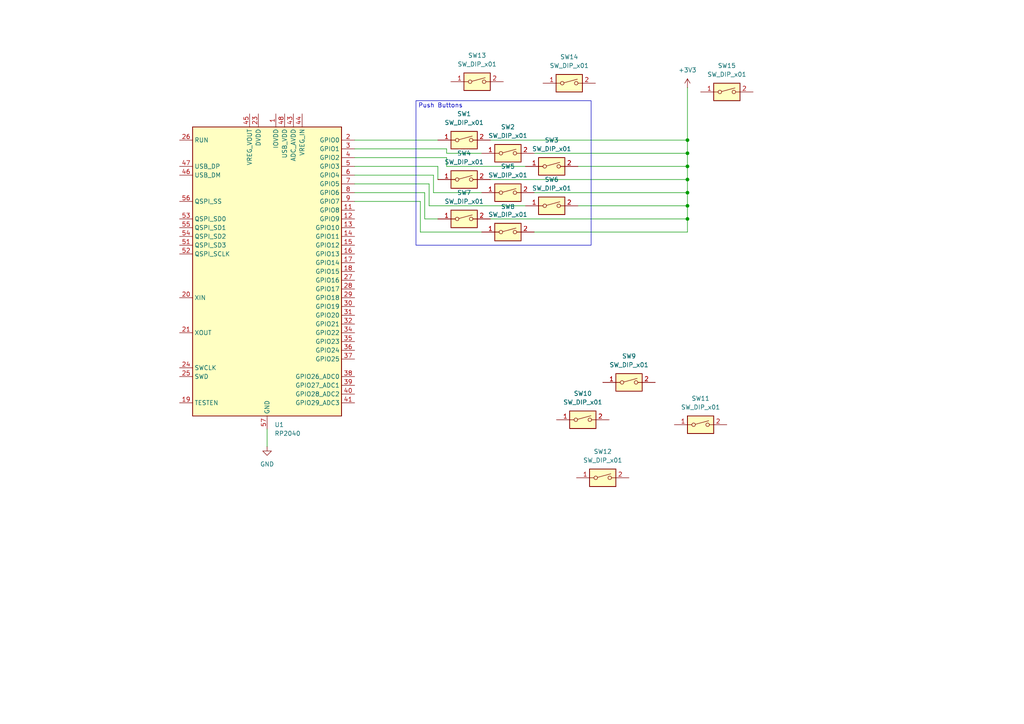
<source format=kicad_sch>
(kicad_sch
	(version 20250114)
	(generator "eeschema")
	(generator_version "9.0")
	(uuid "3227db66-c48a-424b-8d6a-ac9e590ee154")
	(paper "A4")
	(lib_symbols
		(symbol "MCU_RaspberryPi:RP2040"
			(exclude_from_sim no)
			(in_bom yes)
			(on_board yes)
			(property "Reference" "U"
				(at 17.78 45.72 0)
				(effects
					(font
						(size 1.27 1.27)
					)
				)
			)
			(property "Value" "RP2040"
				(at 17.78 43.18 0)
				(effects
					(font
						(size 1.27 1.27)
					)
				)
			)
			(property "Footprint" "Package_DFN_QFN:QFN-56-1EP_7x7mm_P0.4mm_EP3.2x3.2mm"
				(at 0 0 0)
				(effects
					(font
						(size 1.27 1.27)
					)
					(hide yes)
				)
			)
			(property "Datasheet" "https://datasheets.raspberrypi.com/rp2040/rp2040-datasheet.pdf"
				(at 0 0 0)
				(effects
					(font
						(size 1.27 1.27)
					)
					(hide yes)
				)
			)
			(property "Description" "A microcontroller by Raspberry Pi"
				(at 0 0 0)
				(effects
					(font
						(size 1.27 1.27)
					)
					(hide yes)
				)
			)
			(property "ki_keywords" "RP2040 ARM Cortex-M0+ USB"
				(at 0 0 0)
				(effects
					(font
						(size 1.27 1.27)
					)
					(hide yes)
				)
			)
			(property "ki_fp_filters" "QFN*1EP*7x7mm?P0.4mm*"
				(at 0 0 0)
				(effects
					(font
						(size 1.27 1.27)
					)
					(hide yes)
				)
			)
			(symbol "RP2040_0_1"
				(rectangle
					(start -21.59 41.91)
					(end 21.59 -41.91)
					(stroke
						(width 0.254)
						(type default)
					)
					(fill
						(type background)
					)
				)
			)
			(symbol "RP2040_1_1"
				(pin input line
					(at -25.4 38.1 0)
					(length 3.81)
					(name "RUN"
						(effects
							(font
								(size 1.27 1.27)
							)
						)
					)
					(number "26"
						(effects
							(font
								(size 1.27 1.27)
							)
						)
					)
				)
				(pin bidirectional line
					(at -25.4 30.48 0)
					(length 3.81)
					(name "USB_DP"
						(effects
							(font
								(size 1.27 1.27)
							)
						)
					)
					(number "47"
						(effects
							(font
								(size 1.27 1.27)
							)
						)
					)
				)
				(pin bidirectional line
					(at -25.4 27.94 0)
					(length 3.81)
					(name "USB_DM"
						(effects
							(font
								(size 1.27 1.27)
							)
						)
					)
					(number "46"
						(effects
							(font
								(size 1.27 1.27)
							)
						)
					)
				)
				(pin bidirectional line
					(at -25.4 20.32 0)
					(length 3.81)
					(name "QSPI_SS"
						(effects
							(font
								(size 1.27 1.27)
							)
						)
					)
					(number "56"
						(effects
							(font
								(size 1.27 1.27)
							)
						)
					)
				)
				(pin bidirectional line
					(at -25.4 15.24 0)
					(length 3.81)
					(name "QSPI_SD0"
						(effects
							(font
								(size 1.27 1.27)
							)
						)
					)
					(number "53"
						(effects
							(font
								(size 1.27 1.27)
							)
						)
					)
				)
				(pin bidirectional line
					(at -25.4 12.7 0)
					(length 3.81)
					(name "QSPI_SD1"
						(effects
							(font
								(size 1.27 1.27)
							)
						)
					)
					(number "55"
						(effects
							(font
								(size 1.27 1.27)
							)
						)
					)
				)
				(pin bidirectional line
					(at -25.4 10.16 0)
					(length 3.81)
					(name "QSPI_SD2"
						(effects
							(font
								(size 1.27 1.27)
							)
						)
					)
					(number "54"
						(effects
							(font
								(size 1.27 1.27)
							)
						)
					)
				)
				(pin bidirectional line
					(at -25.4 7.62 0)
					(length 3.81)
					(name "QSPI_SD3"
						(effects
							(font
								(size 1.27 1.27)
							)
						)
					)
					(number "51"
						(effects
							(font
								(size 1.27 1.27)
							)
						)
					)
				)
				(pin output line
					(at -25.4 5.08 0)
					(length 3.81)
					(name "QSPI_SCLK"
						(effects
							(font
								(size 1.27 1.27)
							)
						)
					)
					(number "52"
						(effects
							(font
								(size 1.27 1.27)
							)
						)
					)
				)
				(pin input line
					(at -25.4 -7.62 0)
					(length 3.81)
					(name "XIN"
						(effects
							(font
								(size 1.27 1.27)
							)
						)
					)
					(number "20"
						(effects
							(font
								(size 1.27 1.27)
							)
						)
					)
				)
				(pin passive line
					(at -25.4 -17.78 0)
					(length 3.81)
					(name "XOUT"
						(effects
							(font
								(size 1.27 1.27)
							)
						)
					)
					(number "21"
						(effects
							(font
								(size 1.27 1.27)
							)
						)
					)
				)
				(pin input line
					(at -25.4 -27.94 0)
					(length 3.81)
					(name "SWCLK"
						(effects
							(font
								(size 1.27 1.27)
							)
						)
					)
					(number "24"
						(effects
							(font
								(size 1.27 1.27)
							)
						)
					)
				)
				(pin bidirectional line
					(at -25.4 -30.48 0)
					(length 3.81)
					(name "SWD"
						(effects
							(font
								(size 1.27 1.27)
							)
						)
					)
					(number "25"
						(effects
							(font
								(size 1.27 1.27)
							)
						)
					)
				)
				(pin input line
					(at -25.4 -38.1 0)
					(length 3.81)
					(name "TESTEN"
						(effects
							(font
								(size 1.27 1.27)
							)
						)
					)
					(number "19"
						(effects
							(font
								(size 1.27 1.27)
							)
						)
					)
				)
				(pin power_out line
					(at -5.08 45.72 270)
					(length 3.81)
					(name "VREG_VOUT"
						(effects
							(font
								(size 1.27 1.27)
							)
						)
					)
					(number "45"
						(effects
							(font
								(size 1.27 1.27)
							)
						)
					)
				)
				(pin power_in line
					(at -2.54 45.72 270)
					(length 3.81)
					(name "DVDD"
						(effects
							(font
								(size 1.27 1.27)
							)
						)
					)
					(number "23"
						(effects
							(font
								(size 1.27 1.27)
							)
						)
					)
				)
				(pin passive line
					(at -2.54 45.72 270)
					(length 3.81)
					(hide yes)
					(name "DVDD"
						(effects
							(font
								(size 1.27 1.27)
							)
						)
					)
					(number "50"
						(effects
							(font
								(size 1.27 1.27)
							)
						)
					)
				)
				(pin power_in line
					(at 0 -45.72 90)
					(length 3.81)
					(name "GND"
						(effects
							(font
								(size 1.27 1.27)
							)
						)
					)
					(number "57"
						(effects
							(font
								(size 1.27 1.27)
							)
						)
					)
				)
				(pin power_in line
					(at 2.54 45.72 270)
					(length 3.81)
					(name "IOVDD"
						(effects
							(font
								(size 1.27 1.27)
							)
						)
					)
					(number "1"
						(effects
							(font
								(size 1.27 1.27)
							)
						)
					)
				)
				(pin passive line
					(at 2.54 45.72 270)
					(length 3.81)
					(hide yes)
					(name "IOVDD"
						(effects
							(font
								(size 1.27 1.27)
							)
						)
					)
					(number "10"
						(effects
							(font
								(size 1.27 1.27)
							)
						)
					)
				)
				(pin passive line
					(at 2.54 45.72 270)
					(length 3.81)
					(hide yes)
					(name "IOVDD"
						(effects
							(font
								(size 1.27 1.27)
							)
						)
					)
					(number "22"
						(effects
							(font
								(size 1.27 1.27)
							)
						)
					)
				)
				(pin passive line
					(at 2.54 45.72 270)
					(length 3.81)
					(hide yes)
					(name "IOVDD"
						(effects
							(font
								(size 1.27 1.27)
							)
						)
					)
					(number "33"
						(effects
							(font
								(size 1.27 1.27)
							)
						)
					)
				)
				(pin passive line
					(at 2.54 45.72 270)
					(length 3.81)
					(hide yes)
					(name "IOVDD"
						(effects
							(font
								(size 1.27 1.27)
							)
						)
					)
					(number "42"
						(effects
							(font
								(size 1.27 1.27)
							)
						)
					)
				)
				(pin passive line
					(at 2.54 45.72 270)
					(length 3.81)
					(hide yes)
					(name "IOVDD"
						(effects
							(font
								(size 1.27 1.27)
							)
						)
					)
					(number "49"
						(effects
							(font
								(size 1.27 1.27)
							)
						)
					)
				)
				(pin power_in line
					(at 5.08 45.72 270)
					(length 3.81)
					(name "USB_VDD"
						(effects
							(font
								(size 1.27 1.27)
							)
						)
					)
					(number "48"
						(effects
							(font
								(size 1.27 1.27)
							)
						)
					)
				)
				(pin power_in line
					(at 7.62 45.72 270)
					(length 3.81)
					(name "ADC_AVDD"
						(effects
							(font
								(size 1.27 1.27)
							)
						)
					)
					(number "43"
						(effects
							(font
								(size 1.27 1.27)
							)
						)
					)
				)
				(pin power_in line
					(at 10.16 45.72 270)
					(length 3.81)
					(name "VREG_IN"
						(effects
							(font
								(size 1.27 1.27)
							)
						)
					)
					(number "44"
						(effects
							(font
								(size 1.27 1.27)
							)
						)
					)
				)
				(pin bidirectional line
					(at 25.4 38.1 180)
					(length 3.81)
					(name "GPIO0"
						(effects
							(font
								(size 1.27 1.27)
							)
						)
					)
					(number "2"
						(effects
							(font
								(size 1.27 1.27)
							)
						)
					)
				)
				(pin bidirectional line
					(at 25.4 35.56 180)
					(length 3.81)
					(name "GPIO1"
						(effects
							(font
								(size 1.27 1.27)
							)
						)
					)
					(number "3"
						(effects
							(font
								(size 1.27 1.27)
							)
						)
					)
				)
				(pin bidirectional line
					(at 25.4 33.02 180)
					(length 3.81)
					(name "GPIO2"
						(effects
							(font
								(size 1.27 1.27)
							)
						)
					)
					(number "4"
						(effects
							(font
								(size 1.27 1.27)
							)
						)
					)
				)
				(pin bidirectional line
					(at 25.4 30.48 180)
					(length 3.81)
					(name "GPIO3"
						(effects
							(font
								(size 1.27 1.27)
							)
						)
					)
					(number "5"
						(effects
							(font
								(size 1.27 1.27)
							)
						)
					)
				)
				(pin bidirectional line
					(at 25.4 27.94 180)
					(length 3.81)
					(name "GPIO4"
						(effects
							(font
								(size 1.27 1.27)
							)
						)
					)
					(number "6"
						(effects
							(font
								(size 1.27 1.27)
							)
						)
					)
				)
				(pin bidirectional line
					(at 25.4 25.4 180)
					(length 3.81)
					(name "GPIO5"
						(effects
							(font
								(size 1.27 1.27)
							)
						)
					)
					(number "7"
						(effects
							(font
								(size 1.27 1.27)
							)
						)
					)
				)
				(pin bidirectional line
					(at 25.4 22.86 180)
					(length 3.81)
					(name "GPIO6"
						(effects
							(font
								(size 1.27 1.27)
							)
						)
					)
					(number "8"
						(effects
							(font
								(size 1.27 1.27)
							)
						)
					)
				)
				(pin bidirectional line
					(at 25.4 20.32 180)
					(length 3.81)
					(name "GPIO7"
						(effects
							(font
								(size 1.27 1.27)
							)
						)
					)
					(number "9"
						(effects
							(font
								(size 1.27 1.27)
							)
						)
					)
				)
				(pin bidirectional line
					(at 25.4 17.78 180)
					(length 3.81)
					(name "GPIO8"
						(effects
							(font
								(size 1.27 1.27)
							)
						)
					)
					(number "11"
						(effects
							(font
								(size 1.27 1.27)
							)
						)
					)
				)
				(pin bidirectional line
					(at 25.4 15.24 180)
					(length 3.81)
					(name "GPIO9"
						(effects
							(font
								(size 1.27 1.27)
							)
						)
					)
					(number "12"
						(effects
							(font
								(size 1.27 1.27)
							)
						)
					)
				)
				(pin bidirectional line
					(at 25.4 12.7 180)
					(length 3.81)
					(name "GPIO10"
						(effects
							(font
								(size 1.27 1.27)
							)
						)
					)
					(number "13"
						(effects
							(font
								(size 1.27 1.27)
							)
						)
					)
				)
				(pin bidirectional line
					(at 25.4 10.16 180)
					(length 3.81)
					(name "GPIO11"
						(effects
							(font
								(size 1.27 1.27)
							)
						)
					)
					(number "14"
						(effects
							(font
								(size 1.27 1.27)
							)
						)
					)
				)
				(pin bidirectional line
					(at 25.4 7.62 180)
					(length 3.81)
					(name "GPIO12"
						(effects
							(font
								(size 1.27 1.27)
							)
						)
					)
					(number "15"
						(effects
							(font
								(size 1.27 1.27)
							)
						)
					)
				)
				(pin bidirectional line
					(at 25.4 5.08 180)
					(length 3.81)
					(name "GPIO13"
						(effects
							(font
								(size 1.27 1.27)
							)
						)
					)
					(number "16"
						(effects
							(font
								(size 1.27 1.27)
							)
						)
					)
				)
				(pin bidirectional line
					(at 25.4 2.54 180)
					(length 3.81)
					(name "GPIO14"
						(effects
							(font
								(size 1.27 1.27)
							)
						)
					)
					(number "17"
						(effects
							(font
								(size 1.27 1.27)
							)
						)
					)
				)
				(pin bidirectional line
					(at 25.4 0 180)
					(length 3.81)
					(name "GPIO15"
						(effects
							(font
								(size 1.27 1.27)
							)
						)
					)
					(number "18"
						(effects
							(font
								(size 1.27 1.27)
							)
						)
					)
				)
				(pin bidirectional line
					(at 25.4 -2.54 180)
					(length 3.81)
					(name "GPIO16"
						(effects
							(font
								(size 1.27 1.27)
							)
						)
					)
					(number "27"
						(effects
							(font
								(size 1.27 1.27)
							)
						)
					)
				)
				(pin bidirectional line
					(at 25.4 -5.08 180)
					(length 3.81)
					(name "GPIO17"
						(effects
							(font
								(size 1.27 1.27)
							)
						)
					)
					(number "28"
						(effects
							(font
								(size 1.27 1.27)
							)
						)
					)
				)
				(pin bidirectional line
					(at 25.4 -7.62 180)
					(length 3.81)
					(name "GPIO18"
						(effects
							(font
								(size 1.27 1.27)
							)
						)
					)
					(number "29"
						(effects
							(font
								(size 1.27 1.27)
							)
						)
					)
				)
				(pin bidirectional line
					(at 25.4 -10.16 180)
					(length 3.81)
					(name "GPIO19"
						(effects
							(font
								(size 1.27 1.27)
							)
						)
					)
					(number "30"
						(effects
							(font
								(size 1.27 1.27)
							)
						)
					)
				)
				(pin bidirectional line
					(at 25.4 -12.7 180)
					(length 3.81)
					(name "GPIO20"
						(effects
							(font
								(size 1.27 1.27)
							)
						)
					)
					(number "31"
						(effects
							(font
								(size 1.27 1.27)
							)
						)
					)
				)
				(pin bidirectional line
					(at 25.4 -15.24 180)
					(length 3.81)
					(name "GPIO21"
						(effects
							(font
								(size 1.27 1.27)
							)
						)
					)
					(number "32"
						(effects
							(font
								(size 1.27 1.27)
							)
						)
					)
				)
				(pin bidirectional line
					(at 25.4 -17.78 180)
					(length 3.81)
					(name "GPIO22"
						(effects
							(font
								(size 1.27 1.27)
							)
						)
					)
					(number "34"
						(effects
							(font
								(size 1.27 1.27)
							)
						)
					)
				)
				(pin bidirectional line
					(at 25.4 -20.32 180)
					(length 3.81)
					(name "GPIO23"
						(effects
							(font
								(size 1.27 1.27)
							)
						)
					)
					(number "35"
						(effects
							(font
								(size 1.27 1.27)
							)
						)
					)
				)
				(pin bidirectional line
					(at 25.4 -22.86 180)
					(length 3.81)
					(name "GPIO24"
						(effects
							(font
								(size 1.27 1.27)
							)
						)
					)
					(number "36"
						(effects
							(font
								(size 1.27 1.27)
							)
						)
					)
				)
				(pin bidirectional line
					(at 25.4 -25.4 180)
					(length 3.81)
					(name "GPIO25"
						(effects
							(font
								(size 1.27 1.27)
							)
						)
					)
					(number "37"
						(effects
							(font
								(size 1.27 1.27)
							)
						)
					)
				)
				(pin bidirectional line
					(at 25.4 -30.48 180)
					(length 3.81)
					(name "GPIO26_ADC0"
						(effects
							(font
								(size 1.27 1.27)
							)
						)
					)
					(number "38"
						(effects
							(font
								(size 1.27 1.27)
							)
						)
					)
				)
				(pin bidirectional line
					(at 25.4 -33.02 180)
					(length 3.81)
					(name "GPIO27_ADC1"
						(effects
							(font
								(size 1.27 1.27)
							)
						)
					)
					(number "39"
						(effects
							(font
								(size 1.27 1.27)
							)
						)
					)
				)
				(pin bidirectional line
					(at 25.4 -35.56 180)
					(length 3.81)
					(name "GPIO28_ADC2"
						(effects
							(font
								(size 1.27 1.27)
							)
						)
					)
					(number "40"
						(effects
							(font
								(size 1.27 1.27)
							)
						)
					)
				)
				(pin bidirectional line
					(at 25.4 -38.1 180)
					(length 3.81)
					(name "GPIO29_ADC3"
						(effects
							(font
								(size 1.27 1.27)
							)
						)
					)
					(number "41"
						(effects
							(font
								(size 1.27 1.27)
							)
						)
					)
				)
			)
			(embedded_fonts no)
		)
		(symbol "Switch:SW_DIP_x01"
			(pin_names
				(offset 0)
				(hide yes)
			)
			(exclude_from_sim no)
			(in_bom yes)
			(on_board yes)
			(property "Reference" "SW"
				(at 0 3.81 0)
				(effects
					(font
						(size 1.27 1.27)
					)
				)
			)
			(property "Value" "SW_DIP_x01"
				(at 0 -3.81 0)
				(effects
					(font
						(size 1.27 1.27)
					)
				)
			)
			(property "Footprint" ""
				(at 0 0 0)
				(effects
					(font
						(size 1.27 1.27)
					)
					(hide yes)
				)
			)
			(property "Datasheet" "~"
				(at 0 0 0)
				(effects
					(font
						(size 1.27 1.27)
					)
					(hide yes)
				)
			)
			(property "Description" "1x DIP Switch, Single Pole Single Throw (SPST) switch, small symbol"
				(at 0 0 0)
				(effects
					(font
						(size 1.27 1.27)
					)
					(hide yes)
				)
			)
			(property "ki_keywords" "dip switch"
				(at 0 0 0)
				(effects
					(font
						(size 1.27 1.27)
					)
					(hide yes)
				)
			)
			(property "ki_fp_filters" "SW?DIP?x1*"
				(at 0 0 0)
				(effects
					(font
						(size 1.27 1.27)
					)
					(hide yes)
				)
			)
			(symbol "SW_DIP_x01_0_0"
				(circle
					(center -2.032 0)
					(radius 0.508)
					(stroke
						(width 0)
						(type default)
					)
					(fill
						(type none)
					)
				)
				(polyline
					(pts
						(xy -1.524 0.127) (xy 2.3622 1.1684)
					)
					(stroke
						(width 0)
						(type default)
					)
					(fill
						(type none)
					)
				)
				(circle
					(center 2.032 0)
					(radius 0.508)
					(stroke
						(width 0)
						(type default)
					)
					(fill
						(type none)
					)
				)
			)
			(symbol "SW_DIP_x01_0_1"
				(rectangle
					(start -3.81 2.54)
					(end 3.81 -2.54)
					(stroke
						(width 0.254)
						(type default)
					)
					(fill
						(type background)
					)
				)
			)
			(symbol "SW_DIP_x01_1_1"
				(pin passive line
					(at -7.62 0 0)
					(length 5.08)
					(name "~"
						(effects
							(font
								(size 1.27 1.27)
							)
						)
					)
					(number "1"
						(effects
							(font
								(size 1.27 1.27)
							)
						)
					)
				)
				(pin passive line
					(at 7.62 0 180)
					(length 5.08)
					(name "~"
						(effects
							(font
								(size 1.27 1.27)
							)
						)
					)
					(number "2"
						(effects
							(font
								(size 1.27 1.27)
							)
						)
					)
				)
			)
			(embedded_fonts no)
		)
		(symbol "power:+3V3"
			(power)
			(pin_numbers
				(hide yes)
			)
			(pin_names
				(offset 0)
				(hide yes)
			)
			(exclude_from_sim no)
			(in_bom yes)
			(on_board yes)
			(property "Reference" "#PWR"
				(at 0 -3.81 0)
				(effects
					(font
						(size 1.27 1.27)
					)
					(hide yes)
				)
			)
			(property "Value" "+3V3"
				(at 0 3.556 0)
				(effects
					(font
						(size 1.27 1.27)
					)
				)
			)
			(property "Footprint" ""
				(at 0 0 0)
				(effects
					(font
						(size 1.27 1.27)
					)
					(hide yes)
				)
			)
			(property "Datasheet" ""
				(at 0 0 0)
				(effects
					(font
						(size 1.27 1.27)
					)
					(hide yes)
				)
			)
			(property "Description" "Power symbol creates a global label with name \"+3V3\""
				(at 0 0 0)
				(effects
					(font
						(size 1.27 1.27)
					)
					(hide yes)
				)
			)
			(property "ki_keywords" "global power"
				(at 0 0 0)
				(effects
					(font
						(size 1.27 1.27)
					)
					(hide yes)
				)
			)
			(symbol "+3V3_0_1"
				(polyline
					(pts
						(xy -0.762 1.27) (xy 0 2.54)
					)
					(stroke
						(width 0)
						(type default)
					)
					(fill
						(type none)
					)
				)
				(polyline
					(pts
						(xy 0 2.54) (xy 0.762 1.27)
					)
					(stroke
						(width 0)
						(type default)
					)
					(fill
						(type none)
					)
				)
				(polyline
					(pts
						(xy 0 0) (xy 0 2.54)
					)
					(stroke
						(width 0)
						(type default)
					)
					(fill
						(type none)
					)
				)
			)
			(symbol "+3V3_1_1"
				(pin power_in line
					(at 0 0 90)
					(length 0)
					(name "~"
						(effects
							(font
								(size 1.27 1.27)
							)
						)
					)
					(number "1"
						(effects
							(font
								(size 1.27 1.27)
							)
						)
					)
				)
			)
			(embedded_fonts no)
		)
		(symbol "power:GND"
			(power)
			(pin_numbers
				(hide yes)
			)
			(pin_names
				(offset 0)
				(hide yes)
			)
			(exclude_from_sim no)
			(in_bom yes)
			(on_board yes)
			(property "Reference" "#PWR"
				(at 0 -6.35 0)
				(effects
					(font
						(size 1.27 1.27)
					)
					(hide yes)
				)
			)
			(property "Value" "GND"
				(at 0 -3.81 0)
				(effects
					(font
						(size 1.27 1.27)
					)
				)
			)
			(property "Footprint" ""
				(at 0 0 0)
				(effects
					(font
						(size 1.27 1.27)
					)
					(hide yes)
				)
			)
			(property "Datasheet" ""
				(at 0 0 0)
				(effects
					(font
						(size 1.27 1.27)
					)
					(hide yes)
				)
			)
			(property "Description" "Power symbol creates a global label with name \"GND\" , ground"
				(at 0 0 0)
				(effects
					(font
						(size 1.27 1.27)
					)
					(hide yes)
				)
			)
			(property "ki_keywords" "global power"
				(at 0 0 0)
				(effects
					(font
						(size 1.27 1.27)
					)
					(hide yes)
				)
			)
			(symbol "GND_0_1"
				(polyline
					(pts
						(xy 0 0) (xy 0 -1.27) (xy 1.27 -1.27) (xy 0 -2.54) (xy -1.27 -1.27) (xy 0 -1.27)
					)
					(stroke
						(width 0)
						(type default)
					)
					(fill
						(type none)
					)
				)
			)
			(symbol "GND_1_1"
				(pin power_in line
					(at 0 0 270)
					(length 0)
					(name "~"
						(effects
							(font
								(size 1.27 1.27)
							)
						)
					)
					(number "1"
						(effects
							(font
								(size 1.27 1.27)
							)
						)
					)
				)
			)
			(embedded_fonts no)
		)
	)
	(rectangle
		(start 120.65 29.21)
		(end 171.45 71.12)
		(stroke
			(width 0)
			(type default)
		)
		(fill
			(type none)
		)
		(uuid 88c5a031-5a2c-4120-904a-3d62e45b5913)
	)
	(text "Push Buttons"
		(exclude_from_sim no)
		(at 127.762 30.734 0)
		(effects
			(font
				(size 1.27 1.27)
			)
		)
		(uuid "8634b792-e4e3-475e-a8d5-01408dddc729")
	)
	(junction
		(at 199.39 63.5)
		(diameter 0)
		(color 0 0 0 0)
		(uuid "32d43066-fe46-4800-84cc-aee21d2e803b")
	)
	(junction
		(at 199.39 40.64)
		(diameter 0)
		(color 0 0 0 0)
		(uuid "70212e51-8f07-4292-aa6b-5e8949b3b0ff")
	)
	(junction
		(at 199.39 59.69)
		(diameter 0)
		(color 0 0 0 0)
		(uuid "c0ac08a8-2106-41b1-8c7d-3f86d3aabac1")
	)
	(junction
		(at 199.39 55.88)
		(diameter 0)
		(color 0 0 0 0)
		(uuid "db39910e-9494-491c-bc0c-43681c203141")
	)
	(junction
		(at 199.39 52.07)
		(diameter 0)
		(color 0 0 0 0)
		(uuid "e0f2639c-69f2-4910-8eed-0114ea9ac7ef")
	)
	(junction
		(at 199.39 48.26)
		(diameter 0)
		(color 0 0 0 0)
		(uuid "e5a8de52-fe9d-4969-9cb2-842755c70420")
	)
	(junction
		(at 199.39 44.45)
		(diameter 0)
		(color 0 0 0 0)
		(uuid "e8b47a95-1a6b-4566-bf3b-c0430a41adda")
	)
	(wire
		(pts
			(xy 199.39 55.88) (xy 199.39 59.69)
		)
		(stroke
			(width 0)
			(type default)
		)
		(uuid "044ab076-6b5e-4ee8-8a9b-65c5f972cc0b")
	)
	(wire
		(pts
			(xy 142.24 52.07) (xy 199.39 52.07)
		)
		(stroke
			(width 0)
			(type default)
		)
		(uuid "072cfe2e-2fd2-447b-b4ac-5ef776a878e3")
	)
	(wire
		(pts
			(xy 129.54 45.72) (xy 102.87 45.72)
		)
		(stroke
			(width 0)
			(type default)
		)
		(uuid "126173cf-7aa1-4eef-9f30-42230e7fd6a1")
	)
	(wire
		(pts
			(xy 102.87 50.8) (xy 125.73 50.8)
		)
		(stroke
			(width 0)
			(type default)
		)
		(uuid "1339d85f-fb40-4b2d-86df-94408dee0f65")
	)
	(wire
		(pts
			(xy 125.73 55.88) (xy 139.7 55.88)
		)
		(stroke
			(width 0)
			(type default)
		)
		(uuid "1b85d540-f9a1-45e2-9a2c-0400134b0931")
	)
	(wire
		(pts
			(xy 102.87 53.34) (xy 124.46 53.34)
		)
		(stroke
			(width 0)
			(type default)
		)
		(uuid "21c71c08-d00f-4172-9dc0-18b86cd7e1e6")
	)
	(wire
		(pts
			(xy 167.64 48.26) (xy 199.39 48.26)
		)
		(stroke
			(width 0)
			(type default)
		)
		(uuid "21dc0d24-2d32-4250-a5fa-b02dd6b3372d")
	)
	(wire
		(pts
			(xy 154.94 55.88) (xy 199.39 55.88)
		)
		(stroke
			(width 0)
			(type default)
		)
		(uuid "3550e815-8714-42e4-84a6-7e9af8f56949")
	)
	(wire
		(pts
			(xy 127 48.26) (xy 127 52.07)
		)
		(stroke
			(width 0)
			(type default)
		)
		(uuid "362724bf-9966-424d-aa33-75e2fcc9a903")
	)
	(wire
		(pts
			(xy 121.92 67.31) (xy 139.7 67.31)
		)
		(stroke
			(width 0)
			(type default)
		)
		(uuid "3a46ddba-031b-4a1c-a059-293a1efb0532")
	)
	(wire
		(pts
			(xy 199.39 40.64) (xy 199.39 44.45)
		)
		(stroke
			(width 0)
			(type default)
		)
		(uuid "45fe95f8-5889-4b4e-92b7-72b89f954af4")
	)
	(wire
		(pts
			(xy 124.46 53.34) (xy 124.46 59.69)
		)
		(stroke
			(width 0)
			(type default)
		)
		(uuid "530a28f0-2787-4ec3-9ece-6c8a4512fb43")
	)
	(wire
		(pts
			(xy 102.87 48.26) (xy 127 48.26)
		)
		(stroke
			(width 0)
			(type default)
		)
		(uuid "579bd1fc-57c9-4a60-a455-db6a41f6d445")
	)
	(wire
		(pts
			(xy 125.73 50.8) (xy 125.73 55.88)
		)
		(stroke
			(width 0)
			(type default)
		)
		(uuid "5e78a069-fd78-4038-ab92-74ed226b908b")
	)
	(wire
		(pts
			(xy 199.39 52.07) (xy 199.39 48.26)
		)
		(stroke
			(width 0)
			(type default)
		)
		(uuid "5f5af954-4fd9-4be5-89f1-12921c45fc9b")
	)
	(wire
		(pts
			(xy 129.54 48.26) (xy 129.54 45.72)
		)
		(stroke
			(width 0)
			(type default)
		)
		(uuid "5fa358b1-422f-40e9-95c4-07eac013c4fc")
	)
	(wire
		(pts
			(xy 102.87 43.18) (xy 129.54 43.18)
		)
		(stroke
			(width 0)
			(type default)
		)
		(uuid "63f9cd31-7dfc-4e69-8295-c0d0153fa170")
	)
	(wire
		(pts
			(xy 142.24 40.64) (xy 199.39 40.64)
		)
		(stroke
			(width 0)
			(type default)
		)
		(uuid "716113b4-4de5-4067-8348-bca410d07545")
	)
	(wire
		(pts
			(xy 129.54 44.45) (xy 129.54 43.18)
		)
		(stroke
			(width 0)
			(type default)
		)
		(uuid "7238e7be-ab2d-4958-80cd-8d360943a17b")
	)
	(wire
		(pts
			(xy 167.64 59.69) (xy 199.39 59.69)
		)
		(stroke
			(width 0)
			(type default)
		)
		(uuid "753970f8-ac47-40a2-b4e3-658d285111e5")
	)
	(wire
		(pts
			(xy 199.39 55.88) (xy 199.39 52.07)
		)
		(stroke
			(width 0)
			(type default)
		)
		(uuid "7bd2d231-f930-44c1-a7d0-a47466dec067")
	)
	(wire
		(pts
			(xy 129.54 44.45) (xy 139.7 44.45)
		)
		(stroke
			(width 0)
			(type default)
		)
		(uuid "89d8f150-fa3e-4f8a-800c-a941ef4b5f03")
	)
	(wire
		(pts
			(xy 124.46 59.69) (xy 152.4 59.69)
		)
		(stroke
			(width 0)
			(type default)
		)
		(uuid "8d83b4ae-326f-4d12-bb29-a1be7b26c5f8")
	)
	(wire
		(pts
			(xy 77.47 124.46) (xy 77.47 129.54)
		)
		(stroke
			(width 0)
			(type default)
		)
		(uuid "9567f388-5fca-4301-965a-fcfcc5c2c275")
	)
	(wire
		(pts
			(xy 154.94 67.31) (xy 199.39 67.31)
		)
		(stroke
			(width 0)
			(type default)
		)
		(uuid "95b53d63-2388-42ac-951a-c666c272a9e9")
	)
	(wire
		(pts
			(xy 152.4 48.26) (xy 129.54 48.26)
		)
		(stroke
			(width 0)
			(type default)
		)
		(uuid "98302d78-dc72-403e-ba08-4e4279a1b639")
	)
	(wire
		(pts
			(xy 123.19 55.88) (xy 123.19 63.5)
		)
		(stroke
			(width 0)
			(type default)
		)
		(uuid "9d8a2333-8da6-490d-a6bd-e14c5ccb468c")
	)
	(wire
		(pts
			(xy 142.24 63.5) (xy 199.39 63.5)
		)
		(stroke
			(width 0)
			(type default)
		)
		(uuid "b6a611bb-a869-45fd-baf0-91c3cfd8fc68")
	)
	(wire
		(pts
			(xy 199.39 67.31) (xy 199.39 63.5)
		)
		(stroke
			(width 0)
			(type default)
		)
		(uuid "b85ff06f-6dcc-43b2-b79b-a830df2be582")
	)
	(wire
		(pts
			(xy 199.39 25.4) (xy 199.39 40.64)
		)
		(stroke
			(width 0)
			(type default)
		)
		(uuid "c58ddaa8-9c1e-4469-8c46-c966d3c77496")
	)
	(wire
		(pts
			(xy 199.39 44.45) (xy 154.94 44.45)
		)
		(stroke
			(width 0)
			(type default)
		)
		(uuid "cb37cad0-4aad-48dc-b417-a336341b2629")
	)
	(wire
		(pts
			(xy 123.19 63.5) (xy 127 63.5)
		)
		(stroke
			(width 0)
			(type default)
		)
		(uuid "cdfda6ef-be1e-4988-8256-d5f166f4259f")
	)
	(wire
		(pts
			(xy 121.92 58.42) (xy 121.92 67.31)
		)
		(stroke
			(width 0)
			(type default)
		)
		(uuid "d329bd66-7cda-4602-a127-07d169f3d12a")
	)
	(wire
		(pts
			(xy 102.87 58.42) (xy 121.92 58.42)
		)
		(stroke
			(width 0)
			(type default)
		)
		(uuid "d9fee65a-b203-4f85-9d7f-2c8ed923c3f5")
	)
	(wire
		(pts
			(xy 199.39 63.5) (xy 199.39 59.69)
		)
		(stroke
			(width 0)
			(type default)
		)
		(uuid "e36165d2-307c-4790-b874-6fdceab6162b")
	)
	(wire
		(pts
			(xy 199.39 44.45) (xy 199.39 48.26)
		)
		(stroke
			(width 0)
			(type default)
		)
		(uuid "e8c54e0f-b74e-4ce9-a67e-a5557074f3ab")
	)
	(wire
		(pts
			(xy 102.87 55.88) (xy 123.19 55.88)
		)
		(stroke
			(width 0)
			(type default)
		)
		(uuid "eb2e82e3-b033-47c1-976b-b1a579174aae")
	)
	(wire
		(pts
			(xy 102.87 40.64) (xy 127 40.64)
		)
		(stroke
			(width 0)
			(type default)
		)
		(uuid "fa77bbdc-1c79-4df9-a82f-63b9f0b55c64")
	)
	(symbol
		(lib_id "Switch:SW_DIP_x01")
		(at 165.1 24.13 0)
		(unit 1)
		(exclude_from_sim no)
		(in_bom yes)
		(on_board yes)
		(dnp no)
		(fields_autoplaced yes)
		(uuid "04f7753f-e70c-477e-8fa6-a31f0acc7bad")
		(property "Reference" "SW14"
			(at 165.1 16.51 0)
			(effects
				(font
					(size 1.27 1.27)
				)
			)
		)
		(property "Value" "SW_DIP_x01"
			(at 165.1 19.05 0)
			(effects
				(font
					(size 1.27 1.27)
				)
			)
		)
		(property "Footprint" ""
			(at 165.1 24.13 0)
			(effects
				(font
					(size 1.27 1.27)
				)
				(hide yes)
			)
		)
		(property "Datasheet" "~"
			(at 165.1 24.13 0)
			(effects
				(font
					(size 1.27 1.27)
				)
				(hide yes)
			)
		)
		(property "Description" "1x DIP Switch, Single Pole Single Throw (SPST) switch, small symbol"
			(at 165.1 24.13 0)
			(effects
				(font
					(size 1.27 1.27)
				)
				(hide yes)
			)
		)
		(pin "1"
			(uuid "2cb28d95-4b0f-455f-ab8d-2ff641a96dd2")
		)
		(pin "2"
			(uuid "14e4c144-e61a-4e1f-a409-e1a60af6a180")
		)
		(instances
			(project "fightstickpcb"
				(path "/3227db66-c48a-424b-8d6a-ac9e590ee154"
					(reference "SW14")
					(unit 1)
				)
			)
		)
	)
	(symbol
		(lib_id "power:+3V3")
		(at 199.39 25.4 0)
		(unit 1)
		(exclude_from_sim no)
		(in_bom yes)
		(on_board yes)
		(dnp no)
		(fields_autoplaced yes)
		(uuid "07f1db60-15c8-402e-9a63-74f89c9dedd3")
		(property "Reference" "#PWR02"
			(at 199.39 29.21 0)
			(effects
				(font
					(size 1.27 1.27)
				)
				(hide yes)
			)
		)
		(property "Value" "+3V3"
			(at 199.39 20.32 0)
			(effects
				(font
					(size 1.27 1.27)
				)
			)
		)
		(property "Footprint" ""
			(at 199.39 25.4 0)
			(effects
				(font
					(size 1.27 1.27)
				)
				(hide yes)
			)
		)
		(property "Datasheet" ""
			(at 199.39 25.4 0)
			(effects
				(font
					(size 1.27 1.27)
				)
				(hide yes)
			)
		)
		(property "Description" "Power symbol creates a global label with name \"+3V3\""
			(at 199.39 25.4 0)
			(effects
				(font
					(size 1.27 1.27)
				)
				(hide yes)
			)
		)
		(pin "1"
			(uuid "af1b5bef-381d-4ec6-9500-c08c958df02a")
		)
		(instances
			(project ""
				(path "/3227db66-c48a-424b-8d6a-ac9e590ee154"
					(reference "#PWR02")
					(unit 1)
				)
			)
		)
	)
	(symbol
		(lib_id "Switch:SW_DIP_x01")
		(at 182.442 110.917 0)
		(unit 1)
		(exclude_from_sim no)
		(in_bom yes)
		(on_board yes)
		(dnp no)
		(fields_autoplaced yes)
		(uuid "1e10bf4b-9191-42ac-9c9a-0c6dfd24b92d")
		(property "Reference" "SW9"
			(at 182.442 103.297 0)
			(effects
				(font
					(size 1.27 1.27)
				)
			)
		)
		(property "Value" "SW_DIP_x01"
			(at 182.442 105.837 0)
			(effects
				(font
					(size 1.27 1.27)
				)
			)
		)
		(property "Footprint" ""
			(at 182.442 110.917 0)
			(effects
				(font
					(size 1.27 1.27)
				)
				(hide yes)
			)
		)
		(property "Datasheet" "~"
			(at 182.442 110.917 0)
			(effects
				(font
					(size 1.27 1.27)
				)
				(hide yes)
			)
		)
		(property "Description" "1x DIP Switch, Single Pole Single Throw (SPST) switch, small symbol"
			(at 182.442 110.917 0)
			(effects
				(font
					(size 1.27 1.27)
				)
				(hide yes)
			)
		)
		(pin "1"
			(uuid "40c8fc7b-2cf2-4252-8219-faba666cd7ce")
		)
		(pin "2"
			(uuid "fdcceb8b-ec98-4134-b173-b65fc737fa5b")
		)
		(instances
			(project "fightstickpcb"
				(path "/3227db66-c48a-424b-8d6a-ac9e590ee154"
					(reference "SW9")
					(unit 1)
				)
			)
		)
	)
	(symbol
		(lib_id "power:GND")
		(at 77.47 129.54 0)
		(unit 1)
		(exclude_from_sim no)
		(in_bom yes)
		(on_board yes)
		(dnp no)
		(fields_autoplaced yes)
		(uuid "29ababa4-d80f-4929-8aa6-3cfe08c13072")
		(property "Reference" "#PWR01"
			(at 77.47 135.89 0)
			(effects
				(font
					(size 1.27 1.27)
				)
				(hide yes)
			)
		)
		(property "Value" "GND"
			(at 77.47 134.62 0)
			(effects
				(font
					(size 1.27 1.27)
				)
			)
		)
		(property "Footprint" ""
			(at 77.47 129.54 0)
			(effects
				(font
					(size 1.27 1.27)
				)
				(hide yes)
			)
		)
		(property "Datasheet" ""
			(at 77.47 129.54 0)
			(effects
				(font
					(size 1.27 1.27)
				)
				(hide yes)
			)
		)
		(property "Description" "Power symbol creates a global label with name \"GND\" , ground"
			(at 77.47 129.54 0)
			(effects
				(font
					(size 1.27 1.27)
				)
				(hide yes)
			)
		)
		(pin "1"
			(uuid "1ee3521e-c90f-4572-9e16-be109bee8b95")
		)
		(instances
			(project ""
				(path "/3227db66-c48a-424b-8d6a-ac9e590ee154"
					(reference "#PWR01")
					(unit 1)
				)
			)
		)
	)
	(symbol
		(lib_id "Switch:SW_DIP_x01")
		(at 147.32 55.88 0)
		(unit 1)
		(exclude_from_sim no)
		(in_bom yes)
		(on_board yes)
		(dnp no)
		(fields_autoplaced yes)
		(uuid "38feb4af-7feb-4c03-99ee-7f8498354bca")
		(property "Reference" "SW5"
			(at 147.32 48.26 0)
			(effects
				(font
					(size 1.27 1.27)
				)
			)
		)
		(property "Value" "SW_DIP_x01"
			(at 147.32 50.8 0)
			(effects
				(font
					(size 1.27 1.27)
				)
			)
		)
		(property "Footprint" ""
			(at 147.32 55.88 0)
			(effects
				(font
					(size 1.27 1.27)
				)
				(hide yes)
			)
		)
		(property "Datasheet" "~"
			(at 147.32 55.88 0)
			(effects
				(font
					(size 1.27 1.27)
				)
				(hide yes)
			)
		)
		(property "Description" "1x DIP Switch, Single Pole Single Throw (SPST) switch, small symbol"
			(at 147.32 55.88 0)
			(effects
				(font
					(size 1.27 1.27)
				)
				(hide yes)
			)
		)
		(pin "1"
			(uuid "af24fbcc-1293-4036-9c52-2398390dc0b9")
		)
		(pin "2"
			(uuid "654cbc8b-3579-496f-9b9d-f668c94911e1")
		)
		(instances
			(project "fightstickpcb"
				(path "/3227db66-c48a-424b-8d6a-ac9e590ee154"
					(reference "SW5")
					(unit 1)
				)
			)
		)
	)
	(symbol
		(lib_id "Switch:SW_DIP_x01")
		(at 203.2 123.19 0)
		(unit 1)
		(exclude_from_sim no)
		(in_bom yes)
		(on_board yes)
		(dnp no)
		(fields_autoplaced yes)
		(uuid "3b29c8b1-e56c-466f-8fd7-ff1899e3c712")
		(property "Reference" "SW11"
			(at 203.2 115.57 0)
			(effects
				(font
					(size 1.27 1.27)
				)
			)
		)
		(property "Value" "SW_DIP_x01"
			(at 203.2 118.11 0)
			(effects
				(font
					(size 1.27 1.27)
				)
			)
		)
		(property "Footprint" ""
			(at 203.2 123.19 0)
			(effects
				(font
					(size 1.27 1.27)
				)
				(hide yes)
			)
		)
		(property "Datasheet" "~"
			(at 203.2 123.19 0)
			(effects
				(font
					(size 1.27 1.27)
				)
				(hide yes)
			)
		)
		(property "Description" "1x DIP Switch, Single Pole Single Throw (SPST) switch, small symbol"
			(at 203.2 123.19 0)
			(effects
				(font
					(size 1.27 1.27)
				)
				(hide yes)
			)
		)
		(pin "1"
			(uuid "bdf69fe4-145b-4ef6-ad70-30b41fd09907")
		)
		(pin "2"
			(uuid "c6da8fe6-fa0f-4dbb-8133-0c7b4519e892")
		)
		(instances
			(project "fightstickpcb"
				(path "/3227db66-c48a-424b-8d6a-ac9e590ee154"
					(reference "SW11")
					(unit 1)
				)
			)
		)
	)
	(symbol
		(lib_id "Switch:SW_DIP_x01")
		(at 134.62 63.5 0)
		(unit 1)
		(exclude_from_sim no)
		(in_bom yes)
		(on_board yes)
		(dnp no)
		(fields_autoplaced yes)
		(uuid "4f0a7dfc-46bc-4d10-a3bd-56ae9faf4170")
		(property "Reference" "SW7"
			(at 134.62 55.88 0)
			(effects
				(font
					(size 1.27 1.27)
				)
			)
		)
		(property "Value" "SW_DIP_x01"
			(at 134.62 58.42 0)
			(effects
				(font
					(size 1.27 1.27)
				)
			)
		)
		(property "Footprint" ""
			(at 134.62 63.5 0)
			(effects
				(font
					(size 1.27 1.27)
				)
				(hide yes)
			)
		)
		(property "Datasheet" "~"
			(at 134.62 63.5 0)
			(effects
				(font
					(size 1.27 1.27)
				)
				(hide yes)
			)
		)
		(property "Description" "1x DIP Switch, Single Pole Single Throw (SPST) switch, small symbol"
			(at 134.62 63.5 0)
			(effects
				(font
					(size 1.27 1.27)
				)
				(hide yes)
			)
		)
		(pin "1"
			(uuid "992eb098-6667-43fa-b995-e6658d6069f4")
		)
		(pin "2"
			(uuid "477baa03-8585-473d-9cc2-1e09220f6295")
		)
		(instances
			(project "fightstickpcb"
				(path "/3227db66-c48a-424b-8d6a-ac9e590ee154"
					(reference "SW7")
					(unit 1)
				)
			)
		)
	)
	(symbol
		(lib_id "Switch:SW_DIP_x01")
		(at 169.0437 121.7467 0)
		(unit 1)
		(exclude_from_sim no)
		(in_bom yes)
		(on_board yes)
		(dnp no)
		(fields_autoplaced yes)
		(uuid "60487e51-c5d0-4327-b8d8-f0145eec4dab")
		(property "Reference" "SW10"
			(at 169.0437 114.1267 0)
			(effects
				(font
					(size 1.27 1.27)
				)
			)
		)
		(property "Value" "SW_DIP_x01"
			(at 169.0437 116.6667 0)
			(effects
				(font
					(size 1.27 1.27)
				)
			)
		)
		(property "Footprint" ""
			(at 169.0437 121.7467 0)
			(effects
				(font
					(size 1.27 1.27)
				)
				(hide yes)
			)
		)
		(property "Datasheet" "~"
			(at 169.0437 121.7467 0)
			(effects
				(font
					(size 1.27 1.27)
				)
				(hide yes)
			)
		)
		(property "Description" "1x DIP Switch, Single Pole Single Throw (SPST) switch, small symbol"
			(at 169.0437 121.7467 0)
			(effects
				(font
					(size 1.27 1.27)
				)
				(hide yes)
			)
		)
		(pin "1"
			(uuid "6dda5eb3-71bd-4489-9a91-a7f2e0e2c7ea")
		)
		(pin "2"
			(uuid "83d6f0b8-d28a-4bcb-aacd-304e82d4fd29")
		)
		(instances
			(project "fightstickpcb"
				(path "/3227db66-c48a-424b-8d6a-ac9e590ee154"
					(reference "SW10")
					(unit 1)
				)
			)
		)
	)
	(symbol
		(lib_id "Switch:SW_DIP_x01")
		(at 174.8166 138.5843 0)
		(unit 1)
		(exclude_from_sim no)
		(in_bom yes)
		(on_board yes)
		(dnp no)
		(fields_autoplaced yes)
		(uuid "62b52f2b-e083-4636-b056-6a270f97ca5d")
		(property "Reference" "SW12"
			(at 174.8166 130.9643 0)
			(effects
				(font
					(size 1.27 1.27)
				)
			)
		)
		(property "Value" "SW_DIP_x01"
			(at 174.8166 133.5043 0)
			(effects
				(font
					(size 1.27 1.27)
				)
			)
		)
		(property "Footprint" ""
			(at 174.8166 138.5843 0)
			(effects
				(font
					(size 1.27 1.27)
				)
				(hide yes)
			)
		)
		(property "Datasheet" "~"
			(at 174.8166 138.5843 0)
			(effects
				(font
					(size 1.27 1.27)
				)
				(hide yes)
			)
		)
		(property "Description" "1x DIP Switch, Single Pole Single Throw (SPST) switch, small symbol"
			(at 174.8166 138.5843 0)
			(effects
				(font
					(size 1.27 1.27)
				)
				(hide yes)
			)
		)
		(pin "1"
			(uuid "ed83f451-25de-41fe-beb3-4b2f0d50a001")
		)
		(pin "2"
			(uuid "c230cbb0-14c3-4884-89a5-092644e8ddc9")
		)
		(instances
			(project "fightstickpcb"
				(path "/3227db66-c48a-424b-8d6a-ac9e590ee154"
					(reference "SW12")
					(unit 1)
				)
			)
		)
	)
	(symbol
		(lib_id "Switch:SW_DIP_x01")
		(at 134.62 40.64 0)
		(unit 1)
		(exclude_from_sim no)
		(in_bom yes)
		(on_board yes)
		(dnp no)
		(fields_autoplaced yes)
		(uuid "7efac87e-2315-45f6-9faa-5892b414cf29")
		(property "Reference" "SW1"
			(at 134.62 33.02 0)
			(effects
				(font
					(size 1.27 1.27)
				)
			)
		)
		(property "Value" "SW_DIP_x01"
			(at 134.62 35.56 0)
			(effects
				(font
					(size 1.27 1.27)
				)
			)
		)
		(property "Footprint" ""
			(at 134.62 40.64 0)
			(effects
				(font
					(size 1.27 1.27)
				)
				(hide yes)
			)
		)
		(property "Datasheet" "~"
			(at 134.62 40.64 0)
			(effects
				(font
					(size 1.27 1.27)
				)
				(hide yes)
			)
		)
		(property "Description" "1x DIP Switch, Single Pole Single Throw (SPST) switch, small symbol"
			(at 134.62 40.64 0)
			(effects
				(font
					(size 1.27 1.27)
				)
				(hide yes)
			)
		)
		(pin "2"
			(uuid "2ca3d1ba-c204-4bb1-b535-c3a64a016bde")
		)
		(pin "1"
			(uuid "d83e97aa-0d4e-48fe-9503-dc08696a3b98")
		)
		(instances
			(project ""
				(path "/3227db66-c48a-424b-8d6a-ac9e590ee154"
					(reference "SW1")
					(unit 1)
				)
			)
		)
	)
	(symbol
		(lib_id "Switch:SW_DIP_x01")
		(at 147.32 44.45 0)
		(unit 1)
		(exclude_from_sim no)
		(in_bom yes)
		(on_board yes)
		(dnp no)
		(fields_autoplaced yes)
		(uuid "803818f5-1a9b-4bbd-a648-9d2deeada165")
		(property "Reference" "SW2"
			(at 147.32 36.83 0)
			(effects
				(font
					(size 1.27 1.27)
				)
			)
		)
		(property "Value" "SW_DIP_x01"
			(at 147.32 39.37 0)
			(effects
				(font
					(size 1.27 1.27)
				)
			)
		)
		(property "Footprint" ""
			(at 147.32 44.45 0)
			(effects
				(font
					(size 1.27 1.27)
				)
				(hide yes)
			)
		)
		(property "Datasheet" "~"
			(at 147.32 44.45 0)
			(effects
				(font
					(size 1.27 1.27)
				)
				(hide yes)
			)
		)
		(property "Description" "1x DIP Switch, Single Pole Single Throw (SPST) switch, small symbol"
			(at 147.32 44.45 0)
			(effects
				(font
					(size 1.27 1.27)
				)
				(hide yes)
			)
		)
		(pin "1"
			(uuid "2dc93f7e-598b-4d00-a125-a35350432330")
		)
		(pin "2"
			(uuid "425d00c2-33f9-4c69-a289-2d79778bd64c")
		)
		(instances
			(project ""
				(path "/3227db66-c48a-424b-8d6a-ac9e590ee154"
					(reference "SW2")
					(unit 1)
				)
			)
		)
	)
	(symbol
		(lib_id "Switch:SW_DIP_x01")
		(at 160.02 59.69 0)
		(unit 1)
		(exclude_from_sim no)
		(in_bom yes)
		(on_board yes)
		(dnp no)
		(fields_autoplaced yes)
		(uuid "853dac01-092a-4d8d-977e-f282c44fa8c8")
		(property "Reference" "SW6"
			(at 160.02 52.07 0)
			(effects
				(font
					(size 1.27 1.27)
				)
			)
		)
		(property "Value" "SW_DIP_x01"
			(at 160.02 54.61 0)
			(effects
				(font
					(size 1.27 1.27)
				)
			)
		)
		(property "Footprint" ""
			(at 160.02 59.69 0)
			(effects
				(font
					(size 1.27 1.27)
				)
				(hide yes)
			)
		)
		(property "Datasheet" "~"
			(at 160.02 59.69 0)
			(effects
				(font
					(size 1.27 1.27)
				)
				(hide yes)
			)
		)
		(property "Description" "1x DIP Switch, Single Pole Single Throw (SPST) switch, small symbol"
			(at 160.02 59.69 0)
			(effects
				(font
					(size 1.27 1.27)
				)
				(hide yes)
			)
		)
		(pin "1"
			(uuid "a88ac1d0-492a-4a65-b5d9-9520f1650a33")
		)
		(pin "2"
			(uuid "d1f21eff-90c0-4039-a784-3a50f7e5fb3a")
		)
		(instances
			(project "fightstickpcb"
				(path "/3227db66-c48a-424b-8d6a-ac9e590ee154"
					(reference "SW6")
					(unit 1)
				)
			)
		)
	)
	(symbol
		(lib_id "Switch:SW_DIP_x01")
		(at 160.02 48.26 0)
		(unit 1)
		(exclude_from_sim no)
		(in_bom yes)
		(on_board yes)
		(dnp no)
		(fields_autoplaced yes)
		(uuid "9e5f81fb-aa51-4f9e-9ca2-0ae0c3de0714")
		(property "Reference" "SW3"
			(at 160.02 40.64 0)
			(effects
				(font
					(size 1.27 1.27)
				)
			)
		)
		(property "Value" "SW_DIP_x01"
			(at 160.02 43.18 0)
			(effects
				(font
					(size 1.27 1.27)
				)
			)
		)
		(property "Footprint" ""
			(at 160.02 48.26 0)
			(effects
				(font
					(size 1.27 1.27)
				)
				(hide yes)
			)
		)
		(property "Datasheet" "~"
			(at 160.02 48.26 0)
			(effects
				(font
					(size 1.27 1.27)
				)
				(hide yes)
			)
		)
		(property "Description" "1x DIP Switch, Single Pole Single Throw (SPST) switch, small symbol"
			(at 160.02 48.26 0)
			(effects
				(font
					(size 1.27 1.27)
				)
				(hide yes)
			)
		)
		(pin "1"
			(uuid "563177fd-9f15-4c95-8c45-e513f275f86e")
		)
		(pin "2"
			(uuid "f8c49413-a880-4e89-9aa9-cfcbcd5806d1")
		)
		(instances
			(project ""
				(path "/3227db66-c48a-424b-8d6a-ac9e590ee154"
					(reference "SW3")
					(unit 1)
				)
			)
		)
	)
	(symbol
		(lib_id "Switch:SW_DIP_x01")
		(at 138.3788 23.7021 0)
		(unit 1)
		(exclude_from_sim no)
		(in_bom yes)
		(on_board yes)
		(dnp no)
		(fields_autoplaced yes)
		(uuid "aed031a9-cdc5-49fe-a25d-6ebbd164c327")
		(property "Reference" "SW13"
			(at 138.3788 16.0821 0)
			(effects
				(font
					(size 1.27 1.27)
				)
			)
		)
		(property "Value" "SW_DIP_x01"
			(at 138.3788 18.6221 0)
			(effects
				(font
					(size 1.27 1.27)
				)
			)
		)
		(property "Footprint" ""
			(at 138.3788 23.7021 0)
			(effects
				(font
					(size 1.27 1.27)
				)
				(hide yes)
			)
		)
		(property "Datasheet" "~"
			(at 138.3788 23.7021 0)
			(effects
				(font
					(size 1.27 1.27)
				)
				(hide yes)
			)
		)
		(property "Description" "1x DIP Switch, Single Pole Single Throw (SPST) switch, small symbol"
			(at 138.3788 23.7021 0)
			(effects
				(font
					(size 1.27 1.27)
				)
				(hide yes)
			)
		)
		(pin "1"
			(uuid "6ac1937c-f067-442b-8f7d-f6a433473c20")
		)
		(pin "2"
			(uuid "c9879d27-9fc1-48bb-af8d-dd3573cff11e")
		)
		(instances
			(project "fightstickpcb"
				(path "/3227db66-c48a-424b-8d6a-ac9e590ee154"
					(reference "SW13")
					(unit 1)
				)
			)
		)
	)
	(symbol
		(lib_id "Switch:SW_DIP_x01")
		(at 134.62 52.07 0)
		(unit 1)
		(exclude_from_sim no)
		(in_bom yes)
		(on_board yes)
		(dnp no)
		(fields_autoplaced yes)
		(uuid "e17853e3-fe58-43dc-a6a1-519bbdffb9e3")
		(property "Reference" "SW4"
			(at 134.62 44.45 0)
			(effects
				(font
					(size 1.27 1.27)
				)
			)
		)
		(property "Value" "SW_DIP_x01"
			(at 134.62 46.99 0)
			(effects
				(font
					(size 1.27 1.27)
				)
			)
		)
		(property "Footprint" ""
			(at 134.62 52.07 0)
			(effects
				(font
					(size 1.27 1.27)
				)
				(hide yes)
			)
		)
		(property "Datasheet" "~"
			(at 134.62 52.07 0)
			(effects
				(font
					(size 1.27 1.27)
				)
				(hide yes)
			)
		)
		(property "Description" "1x DIP Switch, Single Pole Single Throw (SPST) switch, small symbol"
			(at 134.62 52.07 0)
			(effects
				(font
					(size 1.27 1.27)
				)
				(hide yes)
			)
		)
		(pin "1"
			(uuid "16372a05-a879-417d-b217-12da8c802e95")
		)
		(pin "2"
			(uuid "706277fb-4849-4160-89d1-16556388953d")
		)
		(instances
			(project "fightstickpcb"
				(path "/3227db66-c48a-424b-8d6a-ac9e590ee154"
					(reference "SW4")
					(unit 1)
				)
			)
		)
	)
	(symbol
		(lib_id "Switch:SW_DIP_x01")
		(at 210.82 26.67 0)
		(unit 1)
		(exclude_from_sim no)
		(in_bom yes)
		(on_board yes)
		(dnp no)
		(fields_autoplaced yes)
		(uuid "e24b8ff5-b90d-44ca-8e4f-1eecbfa56ddf")
		(property "Reference" "SW15"
			(at 210.82 19.05 0)
			(effects
				(font
					(size 1.27 1.27)
				)
			)
		)
		(property "Value" "SW_DIP_x01"
			(at 210.82 21.59 0)
			(effects
				(font
					(size 1.27 1.27)
				)
			)
		)
		(property "Footprint" ""
			(at 210.82 26.67 0)
			(effects
				(font
					(size 1.27 1.27)
				)
				(hide yes)
			)
		)
		(property "Datasheet" "~"
			(at 210.82 26.67 0)
			(effects
				(font
					(size 1.27 1.27)
				)
				(hide yes)
			)
		)
		(property "Description" "1x DIP Switch, Single Pole Single Throw (SPST) switch, small symbol"
			(at 210.82 26.67 0)
			(effects
				(font
					(size 1.27 1.27)
				)
				(hide yes)
			)
		)
		(pin "1"
			(uuid "ad7856fb-05d1-4cb6-ba45-33d8ae7c036b")
		)
		(pin "2"
			(uuid "a571bfa8-0c56-4338-a32b-7f3c44fa94ef")
		)
		(instances
			(project "fightstickpcb"
				(path "/3227db66-c48a-424b-8d6a-ac9e590ee154"
					(reference "SW15")
					(unit 1)
				)
			)
		)
	)
	(symbol
		(lib_id "Switch:SW_DIP_x01")
		(at 147.32 67.31 0)
		(unit 1)
		(exclude_from_sim no)
		(in_bom yes)
		(on_board yes)
		(dnp no)
		(uuid "ecc53311-9d0f-4b5a-b1e8-3e61263b6715")
		(property "Reference" "SW8"
			(at 147.32 59.944 0)
			(effects
				(font
					(size 1.27 1.27)
				)
			)
		)
		(property "Value" "SW_DIP_x01"
			(at 147.32 62.23 0)
			(effects
				(font
					(size 1.27 1.27)
				)
			)
		)
		(property "Footprint" ""
			(at 147.32 67.31 0)
			(effects
				(font
					(size 1.27 1.27)
				)
				(hide yes)
			)
		)
		(property "Datasheet" "~"
			(at 147.32 67.31 0)
			(effects
				(font
					(size 1.27 1.27)
				)
				(hide yes)
			)
		)
		(property "Description" "1x DIP Switch, Single Pole Single Throw (SPST) switch, small symbol"
			(at 147.32 67.31 0)
			(effects
				(font
					(size 1.27 1.27)
				)
				(hide yes)
			)
		)
		(pin "1"
			(uuid "7af23116-1b04-436a-bf1c-a06f460797d7")
		)
		(pin "2"
			(uuid "89a30c81-c387-4c1b-9380-eb0003bde6e8")
		)
		(instances
			(project "fightstickpcb"
				(path "/3227db66-c48a-424b-8d6a-ac9e590ee154"
					(reference "SW8")
					(unit 1)
				)
			)
		)
	)
	(symbol
		(lib_id "MCU_RaspberryPi:RP2040")
		(at 77.47 78.74 0)
		(unit 1)
		(exclude_from_sim no)
		(in_bom yes)
		(on_board yes)
		(dnp no)
		(fields_autoplaced yes)
		(uuid "edf61178-2c70-4738-a1e0-7558d1369287")
		(property "Reference" "U1"
			(at 79.6133 123.19 0)
			(effects
				(font
					(size 1.27 1.27)
				)
				(justify left)
			)
		)
		(property "Value" "RP2040"
			(at 79.6133 125.73 0)
			(effects
				(font
					(size 1.27 1.27)
				)
				(justify left)
			)
		)
		(property "Footprint" "Package_DFN_QFN:QFN-56-1EP_7x7mm_P0.4mm_EP3.2x3.2mm"
			(at 77.47 78.74 0)
			(effects
				(font
					(size 1.27 1.27)
				)
				(hide yes)
			)
		)
		(property "Datasheet" "https://datasheets.raspberrypi.com/rp2040/rp2040-datasheet.pdf"
			(at 77.47 78.74 0)
			(effects
				(font
					(size 1.27 1.27)
				)
				(hide yes)
			)
		)
		(property "Description" "A microcontroller by Raspberry Pi"
			(at 77.47 78.74 0)
			(effects
				(font
					(size 1.27 1.27)
				)
				(hide yes)
			)
		)
		(pin "26"
			(uuid "fe650a28-8b04-41ae-8632-ff54f802212f")
		)
		(pin "47"
			(uuid "d3a9a2da-de1e-40bb-a990-85a7753e40d5")
		)
		(pin "6"
			(uuid "b663a205-1c70-4575-9a0d-e14053a6a2d0")
		)
		(pin "51"
			(uuid "85fec39f-3493-49ab-a3fa-e6b80a03f686")
		)
		(pin "44"
			(uuid "b8734a79-adf5-4344-b91a-a23354c2d99a")
		)
		(pin "27"
			(uuid "616c7349-aef9-4b0f-91d7-86283ed1353c")
		)
		(pin "29"
			(uuid "3ed3283d-781d-4f2c-b07d-ea550530d202")
		)
		(pin "34"
			(uuid "313b0b83-0b6f-4a33-b42d-fd116a3140ba")
		)
		(pin "36"
			(uuid "d46e7e57-5821-4436-8e84-92e29c6aaf82")
		)
		(pin "31"
			(uuid "89a8f137-7df8-4c32-aa08-d5542dc3d960")
		)
		(pin "19"
			(uuid "ae1cde9c-5e7d-4551-aa7c-16344a8f07ec")
		)
		(pin "14"
			(uuid "a99cbb7a-c696-48c9-96a7-235b16276bfb")
		)
		(pin "46"
			(uuid "b32c26f4-3de7-411a-b216-062294768b79")
		)
		(pin "55"
			(uuid "74e9d689-aa43-4ea7-93c7-59aef33b7581")
		)
		(pin "52"
			(uuid "71890931-c936-4e08-b53c-8cf7cd7fb9f9")
		)
		(pin "20"
			(uuid "32d40ee4-2525-4235-b98e-9196a5bd781b")
		)
		(pin "50"
			(uuid "27fa6a40-fbcc-4112-93b8-c144457e8478")
		)
		(pin "48"
			(uuid "94c08222-e0ce-4db9-a76b-f061895d449c")
		)
		(pin "7"
			(uuid "8c2490ed-d6b3-47f9-bbd5-cbdb142f5370")
		)
		(pin "25"
			(uuid "453aa3f3-4dc9-418d-af58-5889a258c593")
		)
		(pin "9"
			(uuid "f42f170f-b78d-4e68-b979-c2bd9d71006f")
		)
		(pin "13"
			(uuid "613f5575-394b-4d72-b141-f83df51d8160")
		)
		(pin "2"
			(uuid "43b30976-701a-4772-b356-4d0edf9a5ae8")
		)
		(pin "56"
			(uuid "d656d8e2-2c70-47b7-beb5-c8868ecf0950")
		)
		(pin "42"
			(uuid "65d396af-d29f-44ec-bc18-ea8f83965aea")
		)
		(pin "16"
			(uuid "29004b6c-2d00-435d-82a4-3a3dbc9d68b5")
		)
		(pin "10"
			(uuid "5089bd48-c449-4306-a87f-302e70bd3161")
		)
		(pin "33"
			(uuid "966e065c-1933-4e24-b462-71342b285861")
		)
		(pin "53"
			(uuid "0b5d2643-d6fb-4ec2-88b8-8dd4ee5560cd")
		)
		(pin "4"
			(uuid "ad44930a-1f27-40f7-9a5a-5a9c9e7972a6")
		)
		(pin "1"
			(uuid "5717f245-2023-4073-ae5e-aed1a42a43f8")
		)
		(pin "11"
			(uuid "3cca401f-2d80-4073-8e35-797c0a3e4a3c")
		)
		(pin "17"
			(uuid "6fe05d1c-a9fc-4fc8-9941-b371f814b6a2")
		)
		(pin "45"
			(uuid "194aced3-730a-4a9e-b90f-93238df6d2dd")
		)
		(pin "54"
			(uuid "ec4d564e-b954-4f0e-84b0-e91297d9ae22")
		)
		(pin "22"
			(uuid "1bbb3f43-8512-4620-b981-2250d81a414c")
		)
		(pin "8"
			(uuid "f8ec040b-edd2-4a28-af4a-6dcb20271767")
		)
		(pin "57"
			(uuid "ad6c5cb1-6bca-462a-9798-8debed998354")
		)
		(pin "23"
			(uuid "d3200cc3-8209-442e-b4f2-1ae5f12cf8a1")
		)
		(pin "21"
			(uuid "31b49f94-921b-4804-aa15-66b66ab8e88c")
		)
		(pin "3"
			(uuid "ba7e6fe5-c490-478f-9feb-4b3a707e9aaa")
		)
		(pin "43"
			(uuid "778de09d-b1a8-418e-b342-96e2711b5f96")
		)
		(pin "5"
			(uuid "f88bf279-3f06-4527-bca2-7770381f6ece")
		)
		(pin "24"
			(uuid "9863ac4b-b7d9-46ad-bb77-0af97d290439")
		)
		(pin "49"
			(uuid "c19e7620-ed03-4cac-b69f-254a619f554f")
		)
		(pin "12"
			(uuid "1b63329e-5a50-4eec-bcff-045dab6c6f65")
		)
		(pin "15"
			(uuid "7e24eaa0-1ce5-4acb-bd5f-cca45fc726fc")
		)
		(pin "18"
			(uuid "2bb7d8f7-6c14-4a67-9f71-fda805ea12fd")
		)
		(pin "28"
			(uuid "2f2a93f2-90bd-4170-a1e5-25b9b9cbf2a0")
		)
		(pin "30"
			(uuid "ecd23d7a-20cf-4985-b8f9-524371d47453")
		)
		(pin "32"
			(uuid "71860f0b-f3f9-47f5-a3dc-5a87b873a2e8")
		)
		(pin "35"
			(uuid "de2183b5-38b2-4c0a-9160-78e2940f999f")
		)
		(pin "37"
			(uuid "fa6605e1-0983-4a32-8f62-c41fca45cb96")
		)
		(pin "38"
			(uuid "a27e9bca-1ccd-4321-801a-75674518a4fc")
		)
		(pin "39"
			(uuid "3f68fdbe-41bc-4b69-81d6-fef3b8c90ba3")
		)
		(pin "40"
			(uuid "2644fa36-f8ea-4e96-b3a0-1fdd23a57a36")
		)
		(pin "41"
			(uuid "46f7ceb6-346b-4797-a644-4045782aca33")
		)
		(instances
			(project ""
				(path "/3227db66-c48a-424b-8d6a-ac9e590ee154"
					(reference "U1")
					(unit 1)
				)
			)
		)
	)
	(sheet_instances
		(path "/"
			(page "1")
		)
	)
	(embedded_fonts no)
)

</source>
